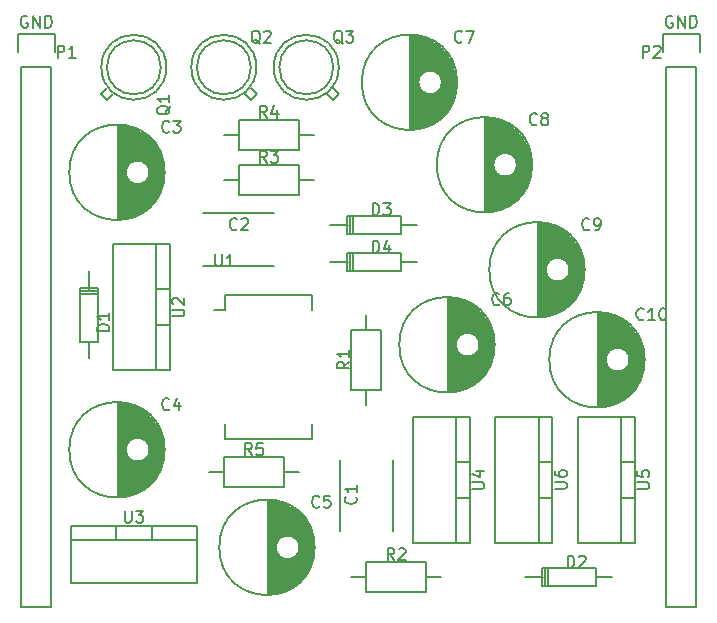
<source format=gbr>
G04 #@! TF.FileFunction,Legend,Top*
%FSLAX46Y46*%
G04 Gerber Fmt 4.6, Leading zero omitted, Abs format (unit mm)*
G04 Created by KiCad (PCBNEW 4.0.3+e1-6302~38~ubuntu16.04.1-stable) date Thu Aug 25 17:21:12 2016*
%MOMM*%
%LPD*%
G01*
G04 APERTURE LIST*
%ADD10C,0.100000*%
%ADD11C,0.150000*%
G04 APERTURE END LIST*
D10*
D11*
X58710000Y-84955000D02*
X58710000Y-78955000D01*
X63210000Y-78955000D02*
X63210000Y-84955000D01*
X47125000Y-58075000D02*
X53125000Y-58075000D01*
X53125000Y-62575000D02*
X47125000Y-62575000D01*
X39925000Y-50611000D02*
X39925000Y-58609000D01*
X40065000Y-50616000D02*
X40065000Y-58604000D01*
X40205000Y-50626000D02*
X40205000Y-58594000D01*
X40345000Y-50641000D02*
X40345000Y-58579000D01*
X40485000Y-50661000D02*
X40485000Y-58559000D01*
X40625000Y-50686000D02*
X40625000Y-54388000D01*
X40625000Y-54832000D02*
X40625000Y-58534000D01*
X40765000Y-50716000D02*
X40765000Y-54060000D01*
X40765000Y-55160000D02*
X40765000Y-58504000D01*
X40905000Y-50752000D02*
X40905000Y-53891000D01*
X40905000Y-55329000D02*
X40905000Y-58468000D01*
X41045000Y-50793000D02*
X41045000Y-53778000D01*
X41045000Y-55442000D02*
X41045000Y-58427000D01*
X41185000Y-50839000D02*
X41185000Y-53700000D01*
X41185000Y-55520000D02*
X41185000Y-58381000D01*
X41325000Y-50892000D02*
X41325000Y-53649000D01*
X41325000Y-55571000D02*
X41325000Y-58328000D01*
X41465000Y-50951000D02*
X41465000Y-53619000D01*
X41465000Y-55601000D02*
X41465000Y-58269000D01*
X41605000Y-51016000D02*
X41605000Y-53610000D01*
X41605000Y-55610000D02*
X41605000Y-58204000D01*
X41745000Y-51087000D02*
X41745000Y-53621000D01*
X41745000Y-55599000D02*
X41745000Y-58133000D01*
X41885000Y-51166000D02*
X41885000Y-53651000D01*
X41885000Y-55569000D02*
X41885000Y-58054000D01*
X42025000Y-51253000D02*
X42025000Y-53705000D01*
X42025000Y-55515000D02*
X42025000Y-57967000D01*
X42165000Y-51348000D02*
X42165000Y-53785000D01*
X42165000Y-55435000D02*
X42165000Y-57872000D01*
X42305000Y-51452000D02*
X42305000Y-53901000D01*
X42305000Y-55319000D02*
X42305000Y-57768000D01*
X42445000Y-51566000D02*
X42445000Y-54075000D01*
X42445000Y-55145000D02*
X42445000Y-57654000D01*
X42585000Y-51691000D02*
X42585000Y-54437000D01*
X42585000Y-54783000D02*
X42585000Y-57529000D01*
X42725000Y-51829000D02*
X42725000Y-57391000D01*
X42865000Y-51981000D02*
X42865000Y-57239000D01*
X43005000Y-52151000D02*
X43005000Y-57069000D01*
X43145000Y-52342000D02*
X43145000Y-56878000D01*
X43285000Y-52560000D02*
X43285000Y-56660000D01*
X43425000Y-52816000D02*
X43425000Y-56404000D01*
X43565000Y-53127000D02*
X43565000Y-56093000D01*
X43705000Y-53543000D02*
X43705000Y-55677000D01*
X43845000Y-54410000D02*
X43845000Y-54810000D01*
X42600000Y-54610000D02*
G75*
G03X42600000Y-54610000I-1000000J0D01*
G01*
X43887500Y-54610000D02*
G75*
G03X43887500Y-54610000I-4037500J0D01*
G01*
X39925000Y-74106000D02*
X39925000Y-82104000D01*
X40065000Y-74111000D02*
X40065000Y-82099000D01*
X40205000Y-74121000D02*
X40205000Y-82089000D01*
X40345000Y-74136000D02*
X40345000Y-82074000D01*
X40485000Y-74156000D02*
X40485000Y-82054000D01*
X40625000Y-74181000D02*
X40625000Y-77883000D01*
X40625000Y-78327000D02*
X40625000Y-82029000D01*
X40765000Y-74211000D02*
X40765000Y-77555000D01*
X40765000Y-78655000D02*
X40765000Y-81999000D01*
X40905000Y-74247000D02*
X40905000Y-77386000D01*
X40905000Y-78824000D02*
X40905000Y-81963000D01*
X41045000Y-74288000D02*
X41045000Y-77273000D01*
X41045000Y-78937000D02*
X41045000Y-81922000D01*
X41185000Y-74334000D02*
X41185000Y-77195000D01*
X41185000Y-79015000D02*
X41185000Y-81876000D01*
X41325000Y-74387000D02*
X41325000Y-77144000D01*
X41325000Y-79066000D02*
X41325000Y-81823000D01*
X41465000Y-74446000D02*
X41465000Y-77114000D01*
X41465000Y-79096000D02*
X41465000Y-81764000D01*
X41605000Y-74511000D02*
X41605000Y-77105000D01*
X41605000Y-79105000D02*
X41605000Y-81699000D01*
X41745000Y-74582000D02*
X41745000Y-77116000D01*
X41745000Y-79094000D02*
X41745000Y-81628000D01*
X41885000Y-74661000D02*
X41885000Y-77146000D01*
X41885000Y-79064000D02*
X41885000Y-81549000D01*
X42025000Y-74748000D02*
X42025000Y-77200000D01*
X42025000Y-79010000D02*
X42025000Y-81462000D01*
X42165000Y-74843000D02*
X42165000Y-77280000D01*
X42165000Y-78930000D02*
X42165000Y-81367000D01*
X42305000Y-74947000D02*
X42305000Y-77396000D01*
X42305000Y-78814000D02*
X42305000Y-81263000D01*
X42445000Y-75061000D02*
X42445000Y-77570000D01*
X42445000Y-78640000D02*
X42445000Y-81149000D01*
X42585000Y-75186000D02*
X42585000Y-77932000D01*
X42585000Y-78278000D02*
X42585000Y-81024000D01*
X42725000Y-75324000D02*
X42725000Y-80886000D01*
X42865000Y-75476000D02*
X42865000Y-80734000D01*
X43005000Y-75646000D02*
X43005000Y-80564000D01*
X43145000Y-75837000D02*
X43145000Y-80373000D01*
X43285000Y-76055000D02*
X43285000Y-80155000D01*
X43425000Y-76311000D02*
X43425000Y-79899000D01*
X43565000Y-76622000D02*
X43565000Y-79588000D01*
X43705000Y-77038000D02*
X43705000Y-79172000D01*
X43845000Y-77905000D02*
X43845000Y-78305000D01*
X42600000Y-78105000D02*
G75*
G03X42600000Y-78105000I-1000000J0D01*
G01*
X43887500Y-78105000D02*
G75*
G03X43887500Y-78105000I-4037500J0D01*
G01*
X52625000Y-82361000D02*
X52625000Y-90359000D01*
X52765000Y-82366000D02*
X52765000Y-90354000D01*
X52905000Y-82376000D02*
X52905000Y-90344000D01*
X53045000Y-82391000D02*
X53045000Y-90329000D01*
X53185000Y-82411000D02*
X53185000Y-90309000D01*
X53325000Y-82436000D02*
X53325000Y-86138000D01*
X53325000Y-86582000D02*
X53325000Y-90284000D01*
X53465000Y-82466000D02*
X53465000Y-85810000D01*
X53465000Y-86910000D02*
X53465000Y-90254000D01*
X53605000Y-82502000D02*
X53605000Y-85641000D01*
X53605000Y-87079000D02*
X53605000Y-90218000D01*
X53745000Y-82543000D02*
X53745000Y-85528000D01*
X53745000Y-87192000D02*
X53745000Y-90177000D01*
X53885000Y-82589000D02*
X53885000Y-85450000D01*
X53885000Y-87270000D02*
X53885000Y-90131000D01*
X54025000Y-82642000D02*
X54025000Y-85399000D01*
X54025000Y-87321000D02*
X54025000Y-90078000D01*
X54165000Y-82701000D02*
X54165000Y-85369000D01*
X54165000Y-87351000D02*
X54165000Y-90019000D01*
X54305000Y-82766000D02*
X54305000Y-85360000D01*
X54305000Y-87360000D02*
X54305000Y-89954000D01*
X54445000Y-82837000D02*
X54445000Y-85371000D01*
X54445000Y-87349000D02*
X54445000Y-89883000D01*
X54585000Y-82916000D02*
X54585000Y-85401000D01*
X54585000Y-87319000D02*
X54585000Y-89804000D01*
X54725000Y-83003000D02*
X54725000Y-85455000D01*
X54725000Y-87265000D02*
X54725000Y-89717000D01*
X54865000Y-83098000D02*
X54865000Y-85535000D01*
X54865000Y-87185000D02*
X54865000Y-89622000D01*
X55005000Y-83202000D02*
X55005000Y-85651000D01*
X55005000Y-87069000D02*
X55005000Y-89518000D01*
X55145000Y-83316000D02*
X55145000Y-85825000D01*
X55145000Y-86895000D02*
X55145000Y-89404000D01*
X55285000Y-83441000D02*
X55285000Y-86187000D01*
X55285000Y-86533000D02*
X55285000Y-89279000D01*
X55425000Y-83579000D02*
X55425000Y-89141000D01*
X55565000Y-83731000D02*
X55565000Y-88989000D01*
X55705000Y-83901000D02*
X55705000Y-88819000D01*
X55845000Y-84092000D02*
X55845000Y-88628000D01*
X55985000Y-84310000D02*
X55985000Y-88410000D01*
X56125000Y-84566000D02*
X56125000Y-88154000D01*
X56265000Y-84877000D02*
X56265000Y-87843000D01*
X56405000Y-85293000D02*
X56405000Y-87427000D01*
X56545000Y-86160000D02*
X56545000Y-86560000D01*
X55300000Y-86360000D02*
G75*
G03X55300000Y-86360000I-1000000J0D01*
G01*
X56587500Y-86360000D02*
G75*
G03X56587500Y-86360000I-4037500J0D01*
G01*
X67865000Y-65216000D02*
X67865000Y-73214000D01*
X68005000Y-65221000D02*
X68005000Y-73209000D01*
X68145000Y-65231000D02*
X68145000Y-73199000D01*
X68285000Y-65246000D02*
X68285000Y-73184000D01*
X68425000Y-65266000D02*
X68425000Y-73164000D01*
X68565000Y-65291000D02*
X68565000Y-68993000D01*
X68565000Y-69437000D02*
X68565000Y-73139000D01*
X68705000Y-65321000D02*
X68705000Y-68665000D01*
X68705000Y-69765000D02*
X68705000Y-73109000D01*
X68845000Y-65357000D02*
X68845000Y-68496000D01*
X68845000Y-69934000D02*
X68845000Y-73073000D01*
X68985000Y-65398000D02*
X68985000Y-68383000D01*
X68985000Y-70047000D02*
X68985000Y-73032000D01*
X69125000Y-65444000D02*
X69125000Y-68305000D01*
X69125000Y-70125000D02*
X69125000Y-72986000D01*
X69265000Y-65497000D02*
X69265000Y-68254000D01*
X69265000Y-70176000D02*
X69265000Y-72933000D01*
X69405000Y-65556000D02*
X69405000Y-68224000D01*
X69405000Y-70206000D02*
X69405000Y-72874000D01*
X69545000Y-65621000D02*
X69545000Y-68215000D01*
X69545000Y-70215000D02*
X69545000Y-72809000D01*
X69685000Y-65692000D02*
X69685000Y-68226000D01*
X69685000Y-70204000D02*
X69685000Y-72738000D01*
X69825000Y-65771000D02*
X69825000Y-68256000D01*
X69825000Y-70174000D02*
X69825000Y-72659000D01*
X69965000Y-65858000D02*
X69965000Y-68310000D01*
X69965000Y-70120000D02*
X69965000Y-72572000D01*
X70105000Y-65953000D02*
X70105000Y-68390000D01*
X70105000Y-70040000D02*
X70105000Y-72477000D01*
X70245000Y-66057000D02*
X70245000Y-68506000D01*
X70245000Y-69924000D02*
X70245000Y-72373000D01*
X70385000Y-66171000D02*
X70385000Y-68680000D01*
X70385000Y-69750000D02*
X70385000Y-72259000D01*
X70525000Y-66296000D02*
X70525000Y-69042000D01*
X70525000Y-69388000D02*
X70525000Y-72134000D01*
X70665000Y-66434000D02*
X70665000Y-71996000D01*
X70805000Y-66586000D02*
X70805000Y-71844000D01*
X70945000Y-66756000D02*
X70945000Y-71674000D01*
X71085000Y-66947000D02*
X71085000Y-71483000D01*
X71225000Y-67165000D02*
X71225000Y-71265000D01*
X71365000Y-67421000D02*
X71365000Y-71009000D01*
X71505000Y-67732000D02*
X71505000Y-70698000D01*
X71645000Y-68148000D02*
X71645000Y-70282000D01*
X71785000Y-69015000D02*
X71785000Y-69415000D01*
X70540000Y-69215000D02*
G75*
G03X70540000Y-69215000I-1000000J0D01*
G01*
X71827500Y-69215000D02*
G75*
G03X71827500Y-69215000I-4037500J0D01*
G01*
X64690000Y-42991000D02*
X64690000Y-50989000D01*
X64830000Y-42996000D02*
X64830000Y-50984000D01*
X64970000Y-43006000D02*
X64970000Y-50974000D01*
X65110000Y-43021000D02*
X65110000Y-50959000D01*
X65250000Y-43041000D02*
X65250000Y-50939000D01*
X65390000Y-43066000D02*
X65390000Y-46768000D01*
X65390000Y-47212000D02*
X65390000Y-50914000D01*
X65530000Y-43096000D02*
X65530000Y-46440000D01*
X65530000Y-47540000D02*
X65530000Y-50884000D01*
X65670000Y-43132000D02*
X65670000Y-46271000D01*
X65670000Y-47709000D02*
X65670000Y-50848000D01*
X65810000Y-43173000D02*
X65810000Y-46158000D01*
X65810000Y-47822000D02*
X65810000Y-50807000D01*
X65950000Y-43219000D02*
X65950000Y-46080000D01*
X65950000Y-47900000D02*
X65950000Y-50761000D01*
X66090000Y-43272000D02*
X66090000Y-46029000D01*
X66090000Y-47951000D02*
X66090000Y-50708000D01*
X66230000Y-43331000D02*
X66230000Y-45999000D01*
X66230000Y-47981000D02*
X66230000Y-50649000D01*
X66370000Y-43396000D02*
X66370000Y-45990000D01*
X66370000Y-47990000D02*
X66370000Y-50584000D01*
X66510000Y-43467000D02*
X66510000Y-46001000D01*
X66510000Y-47979000D02*
X66510000Y-50513000D01*
X66650000Y-43546000D02*
X66650000Y-46031000D01*
X66650000Y-47949000D02*
X66650000Y-50434000D01*
X66790000Y-43633000D02*
X66790000Y-46085000D01*
X66790000Y-47895000D02*
X66790000Y-50347000D01*
X66930000Y-43728000D02*
X66930000Y-46165000D01*
X66930000Y-47815000D02*
X66930000Y-50252000D01*
X67070000Y-43832000D02*
X67070000Y-46281000D01*
X67070000Y-47699000D02*
X67070000Y-50148000D01*
X67210000Y-43946000D02*
X67210000Y-46455000D01*
X67210000Y-47525000D02*
X67210000Y-50034000D01*
X67350000Y-44071000D02*
X67350000Y-46817000D01*
X67350000Y-47163000D02*
X67350000Y-49909000D01*
X67490000Y-44209000D02*
X67490000Y-49771000D01*
X67630000Y-44361000D02*
X67630000Y-49619000D01*
X67770000Y-44531000D02*
X67770000Y-49449000D01*
X67910000Y-44722000D02*
X67910000Y-49258000D01*
X68050000Y-44940000D02*
X68050000Y-49040000D01*
X68190000Y-45196000D02*
X68190000Y-48784000D01*
X68330000Y-45507000D02*
X68330000Y-48473000D01*
X68470000Y-45923000D02*
X68470000Y-48057000D01*
X68610000Y-46790000D02*
X68610000Y-47190000D01*
X67365000Y-46990000D02*
G75*
G03X67365000Y-46990000I-1000000J0D01*
G01*
X68652500Y-46990000D02*
G75*
G03X68652500Y-46990000I-4037500J0D01*
G01*
X71040000Y-49976000D02*
X71040000Y-57974000D01*
X71180000Y-49981000D02*
X71180000Y-57969000D01*
X71320000Y-49991000D02*
X71320000Y-57959000D01*
X71460000Y-50006000D02*
X71460000Y-57944000D01*
X71600000Y-50026000D02*
X71600000Y-57924000D01*
X71740000Y-50051000D02*
X71740000Y-53753000D01*
X71740000Y-54197000D02*
X71740000Y-57899000D01*
X71880000Y-50081000D02*
X71880000Y-53425000D01*
X71880000Y-54525000D02*
X71880000Y-57869000D01*
X72020000Y-50117000D02*
X72020000Y-53256000D01*
X72020000Y-54694000D02*
X72020000Y-57833000D01*
X72160000Y-50158000D02*
X72160000Y-53143000D01*
X72160000Y-54807000D02*
X72160000Y-57792000D01*
X72300000Y-50204000D02*
X72300000Y-53065000D01*
X72300000Y-54885000D02*
X72300000Y-57746000D01*
X72440000Y-50257000D02*
X72440000Y-53014000D01*
X72440000Y-54936000D02*
X72440000Y-57693000D01*
X72580000Y-50316000D02*
X72580000Y-52984000D01*
X72580000Y-54966000D02*
X72580000Y-57634000D01*
X72720000Y-50381000D02*
X72720000Y-52975000D01*
X72720000Y-54975000D02*
X72720000Y-57569000D01*
X72860000Y-50452000D02*
X72860000Y-52986000D01*
X72860000Y-54964000D02*
X72860000Y-57498000D01*
X73000000Y-50531000D02*
X73000000Y-53016000D01*
X73000000Y-54934000D02*
X73000000Y-57419000D01*
X73140000Y-50618000D02*
X73140000Y-53070000D01*
X73140000Y-54880000D02*
X73140000Y-57332000D01*
X73280000Y-50713000D02*
X73280000Y-53150000D01*
X73280000Y-54800000D02*
X73280000Y-57237000D01*
X73420000Y-50817000D02*
X73420000Y-53266000D01*
X73420000Y-54684000D02*
X73420000Y-57133000D01*
X73560000Y-50931000D02*
X73560000Y-53440000D01*
X73560000Y-54510000D02*
X73560000Y-57019000D01*
X73700000Y-51056000D02*
X73700000Y-53802000D01*
X73700000Y-54148000D02*
X73700000Y-56894000D01*
X73840000Y-51194000D02*
X73840000Y-56756000D01*
X73980000Y-51346000D02*
X73980000Y-56604000D01*
X74120000Y-51516000D02*
X74120000Y-56434000D01*
X74260000Y-51707000D02*
X74260000Y-56243000D01*
X74400000Y-51925000D02*
X74400000Y-56025000D01*
X74540000Y-52181000D02*
X74540000Y-55769000D01*
X74680000Y-52492000D02*
X74680000Y-55458000D01*
X74820000Y-52908000D02*
X74820000Y-55042000D01*
X74960000Y-53775000D02*
X74960000Y-54175000D01*
X73715000Y-53975000D02*
G75*
G03X73715000Y-53975000I-1000000J0D01*
G01*
X75002500Y-53975000D02*
G75*
G03X75002500Y-53975000I-4037500J0D01*
G01*
X75485000Y-58866000D02*
X75485000Y-66864000D01*
X75625000Y-58871000D02*
X75625000Y-66859000D01*
X75765000Y-58881000D02*
X75765000Y-66849000D01*
X75905000Y-58896000D02*
X75905000Y-66834000D01*
X76045000Y-58916000D02*
X76045000Y-66814000D01*
X76185000Y-58941000D02*
X76185000Y-62643000D01*
X76185000Y-63087000D02*
X76185000Y-66789000D01*
X76325000Y-58971000D02*
X76325000Y-62315000D01*
X76325000Y-63415000D02*
X76325000Y-66759000D01*
X76465000Y-59007000D02*
X76465000Y-62146000D01*
X76465000Y-63584000D02*
X76465000Y-66723000D01*
X76605000Y-59048000D02*
X76605000Y-62033000D01*
X76605000Y-63697000D02*
X76605000Y-66682000D01*
X76745000Y-59094000D02*
X76745000Y-61955000D01*
X76745000Y-63775000D02*
X76745000Y-66636000D01*
X76885000Y-59147000D02*
X76885000Y-61904000D01*
X76885000Y-63826000D02*
X76885000Y-66583000D01*
X77025000Y-59206000D02*
X77025000Y-61874000D01*
X77025000Y-63856000D02*
X77025000Y-66524000D01*
X77165000Y-59271000D02*
X77165000Y-61865000D01*
X77165000Y-63865000D02*
X77165000Y-66459000D01*
X77305000Y-59342000D02*
X77305000Y-61876000D01*
X77305000Y-63854000D02*
X77305000Y-66388000D01*
X77445000Y-59421000D02*
X77445000Y-61906000D01*
X77445000Y-63824000D02*
X77445000Y-66309000D01*
X77585000Y-59508000D02*
X77585000Y-61960000D01*
X77585000Y-63770000D02*
X77585000Y-66222000D01*
X77725000Y-59603000D02*
X77725000Y-62040000D01*
X77725000Y-63690000D02*
X77725000Y-66127000D01*
X77865000Y-59707000D02*
X77865000Y-62156000D01*
X77865000Y-63574000D02*
X77865000Y-66023000D01*
X78005000Y-59821000D02*
X78005000Y-62330000D01*
X78005000Y-63400000D02*
X78005000Y-65909000D01*
X78145000Y-59946000D02*
X78145000Y-62692000D01*
X78145000Y-63038000D02*
X78145000Y-65784000D01*
X78285000Y-60084000D02*
X78285000Y-65646000D01*
X78425000Y-60236000D02*
X78425000Y-65494000D01*
X78565000Y-60406000D02*
X78565000Y-65324000D01*
X78705000Y-60597000D02*
X78705000Y-65133000D01*
X78845000Y-60815000D02*
X78845000Y-64915000D01*
X78985000Y-61071000D02*
X78985000Y-64659000D01*
X79125000Y-61382000D02*
X79125000Y-64348000D01*
X79265000Y-61798000D02*
X79265000Y-63932000D01*
X79405000Y-62665000D02*
X79405000Y-63065000D01*
X78160000Y-62865000D02*
G75*
G03X78160000Y-62865000I-1000000J0D01*
G01*
X79447500Y-62865000D02*
G75*
G03X79447500Y-62865000I-4037500J0D01*
G01*
X80565000Y-66486000D02*
X80565000Y-74484000D01*
X80705000Y-66491000D02*
X80705000Y-74479000D01*
X80845000Y-66501000D02*
X80845000Y-74469000D01*
X80985000Y-66516000D02*
X80985000Y-74454000D01*
X81125000Y-66536000D02*
X81125000Y-74434000D01*
X81265000Y-66561000D02*
X81265000Y-70263000D01*
X81265000Y-70707000D02*
X81265000Y-74409000D01*
X81405000Y-66591000D02*
X81405000Y-69935000D01*
X81405000Y-71035000D02*
X81405000Y-74379000D01*
X81545000Y-66627000D02*
X81545000Y-69766000D01*
X81545000Y-71204000D02*
X81545000Y-74343000D01*
X81685000Y-66668000D02*
X81685000Y-69653000D01*
X81685000Y-71317000D02*
X81685000Y-74302000D01*
X81825000Y-66714000D02*
X81825000Y-69575000D01*
X81825000Y-71395000D02*
X81825000Y-74256000D01*
X81965000Y-66767000D02*
X81965000Y-69524000D01*
X81965000Y-71446000D02*
X81965000Y-74203000D01*
X82105000Y-66826000D02*
X82105000Y-69494000D01*
X82105000Y-71476000D02*
X82105000Y-74144000D01*
X82245000Y-66891000D02*
X82245000Y-69485000D01*
X82245000Y-71485000D02*
X82245000Y-74079000D01*
X82385000Y-66962000D02*
X82385000Y-69496000D01*
X82385000Y-71474000D02*
X82385000Y-74008000D01*
X82525000Y-67041000D02*
X82525000Y-69526000D01*
X82525000Y-71444000D02*
X82525000Y-73929000D01*
X82665000Y-67128000D02*
X82665000Y-69580000D01*
X82665000Y-71390000D02*
X82665000Y-73842000D01*
X82805000Y-67223000D02*
X82805000Y-69660000D01*
X82805000Y-71310000D02*
X82805000Y-73747000D01*
X82945000Y-67327000D02*
X82945000Y-69776000D01*
X82945000Y-71194000D02*
X82945000Y-73643000D01*
X83085000Y-67441000D02*
X83085000Y-69950000D01*
X83085000Y-71020000D02*
X83085000Y-73529000D01*
X83225000Y-67566000D02*
X83225000Y-70312000D01*
X83225000Y-70658000D02*
X83225000Y-73404000D01*
X83365000Y-67704000D02*
X83365000Y-73266000D01*
X83505000Y-67856000D02*
X83505000Y-73114000D01*
X83645000Y-68026000D02*
X83645000Y-72944000D01*
X83785000Y-68217000D02*
X83785000Y-72753000D01*
X83925000Y-68435000D02*
X83925000Y-72535000D01*
X84065000Y-68691000D02*
X84065000Y-72279000D01*
X84205000Y-69002000D02*
X84205000Y-71968000D01*
X84345000Y-69418000D02*
X84345000Y-71552000D01*
X84485000Y-70285000D02*
X84485000Y-70685000D01*
X83240000Y-70485000D02*
G75*
G03X83240000Y-70485000I-1000000J0D01*
G01*
X84527500Y-70485000D02*
G75*
G03X84527500Y-70485000I-4037500J0D01*
G01*
X37467540Y-68961520D02*
X37467540Y-70358520D01*
X37467540Y-64516520D02*
X37467540Y-62992520D01*
X38229540Y-64897520D02*
X36705540Y-64897520D01*
X38229540Y-64643520D02*
X36705540Y-64643520D01*
X37467540Y-64389520D02*
X36705540Y-64389520D01*
X36705540Y-64389520D02*
X36705540Y-68961520D01*
X36705540Y-68961520D02*
X38229540Y-68961520D01*
X38229540Y-68961520D02*
X38229540Y-64389520D01*
X38229540Y-64389520D02*
X37467540Y-64389520D01*
X80391520Y-88897460D02*
X81788520Y-88897460D01*
X75946520Y-88897460D02*
X74422520Y-88897460D01*
X76327520Y-88135460D02*
X76327520Y-89659460D01*
X76073520Y-88135460D02*
X76073520Y-89659460D01*
X75819520Y-88897460D02*
X75819520Y-89659460D01*
X75819520Y-89659460D02*
X80391520Y-89659460D01*
X80391520Y-89659460D02*
X80391520Y-88135460D01*
X80391520Y-88135460D02*
X75819520Y-88135460D01*
X75819520Y-88135460D02*
X75819520Y-88897460D01*
X63881520Y-59052460D02*
X65278520Y-59052460D01*
X59436520Y-59052460D02*
X57912520Y-59052460D01*
X59817520Y-58290460D02*
X59817520Y-59814460D01*
X59563520Y-58290460D02*
X59563520Y-59814460D01*
X59309520Y-59052460D02*
X59309520Y-59814460D01*
X59309520Y-59814460D02*
X63881520Y-59814460D01*
X63881520Y-59814460D02*
X63881520Y-58290460D01*
X63881520Y-58290460D02*
X59309520Y-58290460D01*
X59309520Y-58290460D02*
X59309520Y-59052460D01*
X63881520Y-62227460D02*
X65278520Y-62227460D01*
X59436520Y-62227460D02*
X57912520Y-62227460D01*
X59817520Y-61465460D02*
X59817520Y-62989460D01*
X59563520Y-61465460D02*
X59563520Y-62989460D01*
X59309520Y-62227460D02*
X59309520Y-62989460D01*
X59309520Y-62989460D02*
X63881520Y-62989460D01*
X63881520Y-62989460D02*
X63881520Y-61465460D01*
X63881520Y-61465460D02*
X59309520Y-61465460D01*
X59309520Y-61465460D02*
X59309520Y-62227460D01*
X38989000Y-48514000D02*
X39497000Y-48006000D01*
X38989000Y-47498000D02*
X38481000Y-48006000D01*
X38481000Y-48006000D02*
X38989000Y-48514000D01*
X43561000Y-45720000D02*
G75*
G03X43561000Y-45720000I-2286000J0D01*
G01*
X44025000Y-45720000D02*
G75*
G03X44025000Y-45720000I-2750000J0D01*
G01*
X51689000Y-48006000D02*
X51181000Y-47498000D01*
X50673000Y-48006000D02*
X51181000Y-48514000D01*
X51181000Y-48514000D02*
X51689000Y-48006000D01*
X51181000Y-45720000D02*
G75*
G03X51181000Y-45720000I-2286000J0D01*
G01*
X51645000Y-45720000D02*
G75*
G03X51645000Y-45720000I-2750000J0D01*
G01*
X58674000Y-48006000D02*
X58166000Y-47498000D01*
X57658000Y-48006000D02*
X58166000Y-48514000D01*
X58166000Y-48514000D02*
X58674000Y-48006000D01*
X58166000Y-45720000D02*
G75*
G03X58166000Y-45720000I-2286000J0D01*
G01*
X58630000Y-45720000D02*
G75*
G03X58630000Y-45720000I-2750000J0D01*
G01*
X59690000Y-73025000D02*
X59690000Y-67945000D01*
X59690000Y-67945000D02*
X62230000Y-67945000D01*
X62230000Y-67945000D02*
X62230000Y-73025000D01*
X62230000Y-73025000D02*
X59690000Y-73025000D01*
X60960000Y-73025000D02*
X60960000Y-74295000D01*
X60960000Y-67945000D02*
X60960000Y-66675000D01*
X60960000Y-87630000D02*
X66040000Y-87630000D01*
X66040000Y-87630000D02*
X66040000Y-90170000D01*
X66040000Y-90170000D02*
X60960000Y-90170000D01*
X60960000Y-90170000D02*
X60960000Y-87630000D01*
X60960000Y-88900000D02*
X59690000Y-88900000D01*
X66040000Y-88900000D02*
X67310000Y-88900000D01*
X50165000Y-53975000D02*
X55245000Y-53975000D01*
X55245000Y-53975000D02*
X55245000Y-56515000D01*
X55245000Y-56515000D02*
X50165000Y-56515000D01*
X50165000Y-56515000D02*
X50165000Y-53975000D01*
X50165000Y-55245000D02*
X48895000Y-55245000D01*
X55245000Y-55245000D02*
X56515000Y-55245000D01*
X50165000Y-50165000D02*
X55245000Y-50165000D01*
X55245000Y-50165000D02*
X55245000Y-52705000D01*
X55245000Y-52705000D02*
X50165000Y-52705000D01*
X50165000Y-52705000D02*
X50165000Y-50165000D01*
X50165000Y-51435000D02*
X48895000Y-51435000D01*
X55245000Y-51435000D02*
X56515000Y-51435000D01*
X48895000Y-78740000D02*
X53975000Y-78740000D01*
X53975000Y-78740000D02*
X53975000Y-81280000D01*
X53975000Y-81280000D02*
X48895000Y-81280000D01*
X48895000Y-81280000D02*
X48895000Y-78740000D01*
X48895000Y-80010000D02*
X47625000Y-80010000D01*
X53975000Y-80010000D02*
X55245000Y-80010000D01*
X49030000Y-65015000D02*
X49030000Y-66285000D01*
X56380000Y-65015000D02*
X56380000Y-66285000D01*
X56380000Y-77225000D02*
X56380000Y-75955000D01*
X49030000Y-77225000D02*
X49030000Y-75955000D01*
X49030000Y-65015000D02*
X56380000Y-65015000D01*
X49030000Y-77225000D02*
X56380000Y-77225000D01*
X49030000Y-66285000D02*
X48095000Y-66285000D01*
X44323000Y-64516000D02*
X43180000Y-64516000D01*
X44323000Y-67564000D02*
X43180000Y-67564000D01*
X43180000Y-71374000D02*
X39497000Y-71374000D01*
X39497000Y-71374000D02*
X39497000Y-60706000D01*
X39497000Y-60706000D02*
X43180000Y-60706000D01*
X44323000Y-71374000D02*
X43180000Y-71374000D01*
X43180000Y-71374000D02*
X43180000Y-60706000D01*
X43180000Y-60706000D02*
X44323000Y-60706000D01*
X44323000Y-66040000D02*
X44323000Y-60706000D01*
X44323000Y-66040000D02*
X44323000Y-71374000D01*
X39751000Y-84582000D02*
X39751000Y-85725000D01*
X42799000Y-84582000D02*
X42799000Y-85725000D01*
X46609000Y-85725000D02*
X46609000Y-89408000D01*
X46609000Y-89408000D02*
X35941000Y-89408000D01*
X35941000Y-89408000D02*
X35941000Y-85725000D01*
X46609000Y-84582000D02*
X46609000Y-85725000D01*
X46609000Y-85725000D02*
X35941000Y-85725000D01*
X35941000Y-85725000D02*
X35941000Y-84582000D01*
X41275000Y-84582000D02*
X35941000Y-84582000D01*
X41275000Y-84582000D02*
X46609000Y-84582000D01*
X69723000Y-79121000D02*
X68580000Y-79121000D01*
X69723000Y-82169000D02*
X68580000Y-82169000D01*
X68580000Y-85979000D02*
X64897000Y-85979000D01*
X64897000Y-85979000D02*
X64897000Y-75311000D01*
X64897000Y-75311000D02*
X68580000Y-75311000D01*
X69723000Y-85979000D02*
X68580000Y-85979000D01*
X68580000Y-85979000D02*
X68580000Y-75311000D01*
X68580000Y-75311000D02*
X69723000Y-75311000D01*
X69723000Y-80645000D02*
X69723000Y-75311000D01*
X69723000Y-80645000D02*
X69723000Y-85979000D01*
X83693000Y-79121000D02*
X82550000Y-79121000D01*
X83693000Y-82169000D02*
X82550000Y-82169000D01*
X82550000Y-85979000D02*
X78867000Y-85979000D01*
X78867000Y-85979000D02*
X78867000Y-75311000D01*
X78867000Y-75311000D02*
X82550000Y-75311000D01*
X83693000Y-85979000D02*
X82550000Y-85979000D01*
X82550000Y-85979000D02*
X82550000Y-75311000D01*
X82550000Y-75311000D02*
X83693000Y-75311000D01*
X83693000Y-80645000D02*
X83693000Y-75311000D01*
X83693000Y-80645000D02*
X83693000Y-85979000D01*
X76708000Y-79121000D02*
X75565000Y-79121000D01*
X76708000Y-82169000D02*
X75565000Y-82169000D01*
X75565000Y-85979000D02*
X71882000Y-85979000D01*
X71882000Y-85979000D02*
X71882000Y-75311000D01*
X71882000Y-75311000D02*
X75565000Y-75311000D01*
X76708000Y-85979000D02*
X75565000Y-85979000D01*
X75565000Y-85979000D02*
X75565000Y-75311000D01*
X75565000Y-75311000D02*
X76708000Y-75311000D01*
X76708000Y-80645000D02*
X76708000Y-75311000D01*
X76708000Y-80645000D02*
X76708000Y-85979000D01*
X31750000Y-45720000D02*
X31750000Y-91440000D01*
X31750000Y-91440000D02*
X34290000Y-91440000D01*
X34290000Y-91440000D02*
X34290000Y-45720000D01*
X31470000Y-42900000D02*
X31470000Y-44450000D01*
X31750000Y-45720000D02*
X34290000Y-45720000D01*
X34570000Y-44450000D02*
X34570000Y-42900000D01*
X34570000Y-42900000D02*
X31470000Y-42900000D01*
X86360000Y-45720000D02*
X86360000Y-91440000D01*
X86360000Y-91440000D02*
X88900000Y-91440000D01*
X88900000Y-91440000D02*
X88900000Y-45720000D01*
X86080000Y-42900000D02*
X86080000Y-44450000D01*
X86360000Y-45720000D02*
X88900000Y-45720000D01*
X89180000Y-44450000D02*
X89180000Y-42900000D01*
X89180000Y-42900000D02*
X86080000Y-42900000D01*
X60047143Y-82081666D02*
X60094762Y-82129285D01*
X60142381Y-82272142D01*
X60142381Y-82367380D01*
X60094762Y-82510238D01*
X59999524Y-82605476D01*
X59904286Y-82653095D01*
X59713810Y-82700714D01*
X59570952Y-82700714D01*
X59380476Y-82653095D01*
X59285238Y-82605476D01*
X59190000Y-82510238D01*
X59142381Y-82367380D01*
X59142381Y-82272142D01*
X59190000Y-82129285D01*
X59237619Y-82081666D01*
X60142381Y-81129285D02*
X60142381Y-81700714D01*
X60142381Y-81415000D02*
X59142381Y-81415000D01*
X59285238Y-81510238D01*
X59380476Y-81605476D01*
X59428095Y-81700714D01*
X49998334Y-59412143D02*
X49950715Y-59459762D01*
X49807858Y-59507381D01*
X49712620Y-59507381D01*
X49569762Y-59459762D01*
X49474524Y-59364524D01*
X49426905Y-59269286D01*
X49379286Y-59078810D01*
X49379286Y-58935952D01*
X49426905Y-58745476D01*
X49474524Y-58650238D01*
X49569762Y-58555000D01*
X49712620Y-58507381D01*
X49807858Y-58507381D01*
X49950715Y-58555000D01*
X49998334Y-58602619D01*
X50379286Y-58602619D02*
X50426905Y-58555000D01*
X50522143Y-58507381D01*
X50760239Y-58507381D01*
X50855477Y-58555000D01*
X50903096Y-58602619D01*
X50950715Y-58697857D01*
X50950715Y-58793095D01*
X50903096Y-58935952D01*
X50331667Y-59507381D01*
X50950715Y-59507381D01*
X44283334Y-51157143D02*
X44235715Y-51204762D01*
X44092858Y-51252381D01*
X43997620Y-51252381D01*
X43854762Y-51204762D01*
X43759524Y-51109524D01*
X43711905Y-51014286D01*
X43664286Y-50823810D01*
X43664286Y-50680952D01*
X43711905Y-50490476D01*
X43759524Y-50395238D01*
X43854762Y-50300000D01*
X43997620Y-50252381D01*
X44092858Y-50252381D01*
X44235715Y-50300000D01*
X44283334Y-50347619D01*
X44616667Y-50252381D02*
X45235715Y-50252381D01*
X44902381Y-50633333D01*
X45045239Y-50633333D01*
X45140477Y-50680952D01*
X45188096Y-50728571D01*
X45235715Y-50823810D01*
X45235715Y-51061905D01*
X45188096Y-51157143D01*
X45140477Y-51204762D01*
X45045239Y-51252381D01*
X44759524Y-51252381D01*
X44664286Y-51204762D01*
X44616667Y-51157143D01*
X44283334Y-74652143D02*
X44235715Y-74699762D01*
X44092858Y-74747381D01*
X43997620Y-74747381D01*
X43854762Y-74699762D01*
X43759524Y-74604524D01*
X43711905Y-74509286D01*
X43664286Y-74318810D01*
X43664286Y-74175952D01*
X43711905Y-73985476D01*
X43759524Y-73890238D01*
X43854762Y-73795000D01*
X43997620Y-73747381D01*
X44092858Y-73747381D01*
X44235715Y-73795000D01*
X44283334Y-73842619D01*
X45140477Y-74080714D02*
X45140477Y-74747381D01*
X44902381Y-73699762D02*
X44664286Y-74414048D01*
X45283334Y-74414048D01*
X56983334Y-82907143D02*
X56935715Y-82954762D01*
X56792858Y-83002381D01*
X56697620Y-83002381D01*
X56554762Y-82954762D01*
X56459524Y-82859524D01*
X56411905Y-82764286D01*
X56364286Y-82573810D01*
X56364286Y-82430952D01*
X56411905Y-82240476D01*
X56459524Y-82145238D01*
X56554762Y-82050000D01*
X56697620Y-82002381D01*
X56792858Y-82002381D01*
X56935715Y-82050000D01*
X56983334Y-82097619D01*
X57888096Y-82002381D02*
X57411905Y-82002381D01*
X57364286Y-82478571D01*
X57411905Y-82430952D01*
X57507143Y-82383333D01*
X57745239Y-82383333D01*
X57840477Y-82430952D01*
X57888096Y-82478571D01*
X57935715Y-82573810D01*
X57935715Y-82811905D01*
X57888096Y-82907143D01*
X57840477Y-82954762D01*
X57745239Y-83002381D01*
X57507143Y-83002381D01*
X57411905Y-82954762D01*
X57364286Y-82907143D01*
X72223334Y-65762143D02*
X72175715Y-65809762D01*
X72032858Y-65857381D01*
X71937620Y-65857381D01*
X71794762Y-65809762D01*
X71699524Y-65714524D01*
X71651905Y-65619286D01*
X71604286Y-65428810D01*
X71604286Y-65285952D01*
X71651905Y-65095476D01*
X71699524Y-65000238D01*
X71794762Y-64905000D01*
X71937620Y-64857381D01*
X72032858Y-64857381D01*
X72175715Y-64905000D01*
X72223334Y-64952619D01*
X73080477Y-64857381D02*
X72890000Y-64857381D01*
X72794762Y-64905000D01*
X72747143Y-64952619D01*
X72651905Y-65095476D01*
X72604286Y-65285952D01*
X72604286Y-65666905D01*
X72651905Y-65762143D01*
X72699524Y-65809762D01*
X72794762Y-65857381D01*
X72985239Y-65857381D01*
X73080477Y-65809762D01*
X73128096Y-65762143D01*
X73175715Y-65666905D01*
X73175715Y-65428810D01*
X73128096Y-65333571D01*
X73080477Y-65285952D01*
X72985239Y-65238333D01*
X72794762Y-65238333D01*
X72699524Y-65285952D01*
X72651905Y-65333571D01*
X72604286Y-65428810D01*
X69048334Y-43537143D02*
X69000715Y-43584762D01*
X68857858Y-43632381D01*
X68762620Y-43632381D01*
X68619762Y-43584762D01*
X68524524Y-43489524D01*
X68476905Y-43394286D01*
X68429286Y-43203810D01*
X68429286Y-43060952D01*
X68476905Y-42870476D01*
X68524524Y-42775238D01*
X68619762Y-42680000D01*
X68762620Y-42632381D01*
X68857858Y-42632381D01*
X69000715Y-42680000D01*
X69048334Y-42727619D01*
X69381667Y-42632381D02*
X70048334Y-42632381D01*
X69619762Y-43632381D01*
X75398334Y-50522143D02*
X75350715Y-50569762D01*
X75207858Y-50617381D01*
X75112620Y-50617381D01*
X74969762Y-50569762D01*
X74874524Y-50474524D01*
X74826905Y-50379286D01*
X74779286Y-50188810D01*
X74779286Y-50045952D01*
X74826905Y-49855476D01*
X74874524Y-49760238D01*
X74969762Y-49665000D01*
X75112620Y-49617381D01*
X75207858Y-49617381D01*
X75350715Y-49665000D01*
X75398334Y-49712619D01*
X75969762Y-50045952D02*
X75874524Y-49998333D01*
X75826905Y-49950714D01*
X75779286Y-49855476D01*
X75779286Y-49807857D01*
X75826905Y-49712619D01*
X75874524Y-49665000D01*
X75969762Y-49617381D01*
X76160239Y-49617381D01*
X76255477Y-49665000D01*
X76303096Y-49712619D01*
X76350715Y-49807857D01*
X76350715Y-49855476D01*
X76303096Y-49950714D01*
X76255477Y-49998333D01*
X76160239Y-50045952D01*
X75969762Y-50045952D01*
X75874524Y-50093571D01*
X75826905Y-50141190D01*
X75779286Y-50236429D01*
X75779286Y-50426905D01*
X75826905Y-50522143D01*
X75874524Y-50569762D01*
X75969762Y-50617381D01*
X76160239Y-50617381D01*
X76255477Y-50569762D01*
X76303096Y-50522143D01*
X76350715Y-50426905D01*
X76350715Y-50236429D01*
X76303096Y-50141190D01*
X76255477Y-50093571D01*
X76160239Y-50045952D01*
X79843334Y-59412143D02*
X79795715Y-59459762D01*
X79652858Y-59507381D01*
X79557620Y-59507381D01*
X79414762Y-59459762D01*
X79319524Y-59364524D01*
X79271905Y-59269286D01*
X79224286Y-59078810D01*
X79224286Y-58935952D01*
X79271905Y-58745476D01*
X79319524Y-58650238D01*
X79414762Y-58555000D01*
X79557620Y-58507381D01*
X79652858Y-58507381D01*
X79795715Y-58555000D01*
X79843334Y-58602619D01*
X80319524Y-59507381D02*
X80510000Y-59507381D01*
X80605239Y-59459762D01*
X80652858Y-59412143D01*
X80748096Y-59269286D01*
X80795715Y-59078810D01*
X80795715Y-58697857D01*
X80748096Y-58602619D01*
X80700477Y-58555000D01*
X80605239Y-58507381D01*
X80414762Y-58507381D01*
X80319524Y-58555000D01*
X80271905Y-58602619D01*
X80224286Y-58697857D01*
X80224286Y-58935952D01*
X80271905Y-59031190D01*
X80319524Y-59078810D01*
X80414762Y-59126429D01*
X80605239Y-59126429D01*
X80700477Y-59078810D01*
X80748096Y-59031190D01*
X80795715Y-58935952D01*
X84447143Y-67032143D02*
X84399524Y-67079762D01*
X84256667Y-67127381D01*
X84161429Y-67127381D01*
X84018571Y-67079762D01*
X83923333Y-66984524D01*
X83875714Y-66889286D01*
X83828095Y-66698810D01*
X83828095Y-66555952D01*
X83875714Y-66365476D01*
X83923333Y-66270238D01*
X84018571Y-66175000D01*
X84161429Y-66127381D01*
X84256667Y-66127381D01*
X84399524Y-66175000D01*
X84447143Y-66222619D01*
X85399524Y-67127381D02*
X84828095Y-67127381D01*
X85113809Y-67127381D02*
X85113809Y-66127381D01*
X85018571Y-66270238D01*
X84923333Y-66365476D01*
X84828095Y-66413095D01*
X86018571Y-66127381D02*
X86113810Y-66127381D01*
X86209048Y-66175000D01*
X86256667Y-66222619D01*
X86304286Y-66317857D01*
X86351905Y-66508333D01*
X86351905Y-66746429D01*
X86304286Y-66936905D01*
X86256667Y-67032143D01*
X86209048Y-67079762D01*
X86113810Y-67127381D01*
X86018571Y-67127381D01*
X85923333Y-67079762D01*
X85875714Y-67032143D01*
X85828095Y-66936905D01*
X85780476Y-66746429D01*
X85780476Y-66508333D01*
X85828095Y-66317857D01*
X85875714Y-66222619D01*
X85923333Y-66175000D01*
X86018571Y-66127381D01*
X39187381Y-68048095D02*
X38187381Y-68048095D01*
X38187381Y-67810000D01*
X38235000Y-67667142D01*
X38330238Y-67571904D01*
X38425476Y-67524285D01*
X38615952Y-67476666D01*
X38758810Y-67476666D01*
X38949286Y-67524285D01*
X39044524Y-67571904D01*
X39139762Y-67667142D01*
X39187381Y-67810000D01*
X39187381Y-68048095D01*
X39187381Y-66524285D02*
X39187381Y-67095714D01*
X39187381Y-66810000D02*
X38187381Y-66810000D01*
X38330238Y-66905238D01*
X38425476Y-67000476D01*
X38473095Y-67095714D01*
X78001905Y-88082381D02*
X78001905Y-87082381D01*
X78240000Y-87082381D01*
X78382858Y-87130000D01*
X78478096Y-87225238D01*
X78525715Y-87320476D01*
X78573334Y-87510952D01*
X78573334Y-87653810D01*
X78525715Y-87844286D01*
X78478096Y-87939524D01*
X78382858Y-88034762D01*
X78240000Y-88082381D01*
X78001905Y-88082381D01*
X78954286Y-87177619D02*
X79001905Y-87130000D01*
X79097143Y-87082381D01*
X79335239Y-87082381D01*
X79430477Y-87130000D01*
X79478096Y-87177619D01*
X79525715Y-87272857D01*
X79525715Y-87368095D01*
X79478096Y-87510952D01*
X78906667Y-88082381D01*
X79525715Y-88082381D01*
X61491905Y-58237381D02*
X61491905Y-57237381D01*
X61730000Y-57237381D01*
X61872858Y-57285000D01*
X61968096Y-57380238D01*
X62015715Y-57475476D01*
X62063334Y-57665952D01*
X62063334Y-57808810D01*
X62015715Y-57999286D01*
X61968096Y-58094524D01*
X61872858Y-58189762D01*
X61730000Y-58237381D01*
X61491905Y-58237381D01*
X62396667Y-57237381D02*
X63015715Y-57237381D01*
X62682381Y-57618333D01*
X62825239Y-57618333D01*
X62920477Y-57665952D01*
X62968096Y-57713571D01*
X63015715Y-57808810D01*
X63015715Y-58046905D01*
X62968096Y-58142143D01*
X62920477Y-58189762D01*
X62825239Y-58237381D01*
X62539524Y-58237381D01*
X62444286Y-58189762D01*
X62396667Y-58142143D01*
X61491905Y-61412381D02*
X61491905Y-60412381D01*
X61730000Y-60412381D01*
X61872858Y-60460000D01*
X61968096Y-60555238D01*
X62015715Y-60650476D01*
X62063334Y-60840952D01*
X62063334Y-60983810D01*
X62015715Y-61174286D01*
X61968096Y-61269524D01*
X61872858Y-61364762D01*
X61730000Y-61412381D01*
X61491905Y-61412381D01*
X62920477Y-60745714D02*
X62920477Y-61412381D01*
X62682381Y-60364762D02*
X62444286Y-61079048D01*
X63063334Y-61079048D01*
X44362619Y-48990238D02*
X44315000Y-49085476D01*
X44219762Y-49180714D01*
X44076905Y-49323571D01*
X44029286Y-49418810D01*
X44029286Y-49514048D01*
X44267381Y-49466429D02*
X44219762Y-49561667D01*
X44124524Y-49656905D01*
X43934048Y-49704524D01*
X43600714Y-49704524D01*
X43410238Y-49656905D01*
X43315000Y-49561667D01*
X43267381Y-49466429D01*
X43267381Y-49275952D01*
X43315000Y-49180714D01*
X43410238Y-49085476D01*
X43600714Y-49037857D01*
X43934048Y-49037857D01*
X44124524Y-49085476D01*
X44219762Y-49180714D01*
X44267381Y-49275952D01*
X44267381Y-49466429D01*
X44267381Y-48085476D02*
X44267381Y-48656905D01*
X44267381Y-48371191D02*
X43267381Y-48371191D01*
X43410238Y-48466429D01*
X43505476Y-48561667D01*
X43553095Y-48656905D01*
X51974762Y-43727619D02*
X51879524Y-43680000D01*
X51784286Y-43584762D01*
X51641429Y-43441905D01*
X51546190Y-43394286D01*
X51450952Y-43394286D01*
X51498571Y-43632381D02*
X51403333Y-43584762D01*
X51308095Y-43489524D01*
X51260476Y-43299048D01*
X51260476Y-42965714D01*
X51308095Y-42775238D01*
X51403333Y-42680000D01*
X51498571Y-42632381D01*
X51689048Y-42632381D01*
X51784286Y-42680000D01*
X51879524Y-42775238D01*
X51927143Y-42965714D01*
X51927143Y-43299048D01*
X51879524Y-43489524D01*
X51784286Y-43584762D01*
X51689048Y-43632381D01*
X51498571Y-43632381D01*
X52308095Y-42727619D02*
X52355714Y-42680000D01*
X52450952Y-42632381D01*
X52689048Y-42632381D01*
X52784286Y-42680000D01*
X52831905Y-42727619D01*
X52879524Y-42822857D01*
X52879524Y-42918095D01*
X52831905Y-43060952D01*
X52260476Y-43632381D01*
X52879524Y-43632381D01*
X58959762Y-43727619D02*
X58864524Y-43680000D01*
X58769286Y-43584762D01*
X58626429Y-43441905D01*
X58531190Y-43394286D01*
X58435952Y-43394286D01*
X58483571Y-43632381D02*
X58388333Y-43584762D01*
X58293095Y-43489524D01*
X58245476Y-43299048D01*
X58245476Y-42965714D01*
X58293095Y-42775238D01*
X58388333Y-42680000D01*
X58483571Y-42632381D01*
X58674048Y-42632381D01*
X58769286Y-42680000D01*
X58864524Y-42775238D01*
X58912143Y-42965714D01*
X58912143Y-43299048D01*
X58864524Y-43489524D01*
X58769286Y-43584762D01*
X58674048Y-43632381D01*
X58483571Y-43632381D01*
X59245476Y-42632381D02*
X59864524Y-42632381D01*
X59531190Y-43013333D01*
X59674048Y-43013333D01*
X59769286Y-43060952D01*
X59816905Y-43108571D01*
X59864524Y-43203810D01*
X59864524Y-43441905D01*
X59816905Y-43537143D01*
X59769286Y-43584762D01*
X59674048Y-43632381D01*
X59388333Y-43632381D01*
X59293095Y-43584762D01*
X59245476Y-43537143D01*
X59507381Y-70651666D02*
X59031190Y-70985000D01*
X59507381Y-71223095D02*
X58507381Y-71223095D01*
X58507381Y-70842142D01*
X58555000Y-70746904D01*
X58602619Y-70699285D01*
X58697857Y-70651666D01*
X58840714Y-70651666D01*
X58935952Y-70699285D01*
X58983571Y-70746904D01*
X59031190Y-70842142D01*
X59031190Y-71223095D01*
X59507381Y-69699285D02*
X59507381Y-70270714D01*
X59507381Y-69985000D02*
X58507381Y-69985000D01*
X58650238Y-70080238D01*
X58745476Y-70175476D01*
X58793095Y-70270714D01*
X63333334Y-87447381D02*
X63000000Y-86971190D01*
X62761905Y-87447381D02*
X62761905Y-86447381D01*
X63142858Y-86447381D01*
X63238096Y-86495000D01*
X63285715Y-86542619D01*
X63333334Y-86637857D01*
X63333334Y-86780714D01*
X63285715Y-86875952D01*
X63238096Y-86923571D01*
X63142858Y-86971190D01*
X62761905Y-86971190D01*
X63714286Y-86542619D02*
X63761905Y-86495000D01*
X63857143Y-86447381D01*
X64095239Y-86447381D01*
X64190477Y-86495000D01*
X64238096Y-86542619D01*
X64285715Y-86637857D01*
X64285715Y-86733095D01*
X64238096Y-86875952D01*
X63666667Y-87447381D01*
X64285715Y-87447381D01*
X52538334Y-53792381D02*
X52205000Y-53316190D01*
X51966905Y-53792381D02*
X51966905Y-52792381D01*
X52347858Y-52792381D01*
X52443096Y-52840000D01*
X52490715Y-52887619D01*
X52538334Y-52982857D01*
X52538334Y-53125714D01*
X52490715Y-53220952D01*
X52443096Y-53268571D01*
X52347858Y-53316190D01*
X51966905Y-53316190D01*
X52871667Y-52792381D02*
X53490715Y-52792381D01*
X53157381Y-53173333D01*
X53300239Y-53173333D01*
X53395477Y-53220952D01*
X53443096Y-53268571D01*
X53490715Y-53363810D01*
X53490715Y-53601905D01*
X53443096Y-53697143D01*
X53395477Y-53744762D01*
X53300239Y-53792381D01*
X53014524Y-53792381D01*
X52919286Y-53744762D01*
X52871667Y-53697143D01*
X52538334Y-49982381D02*
X52205000Y-49506190D01*
X51966905Y-49982381D02*
X51966905Y-48982381D01*
X52347858Y-48982381D01*
X52443096Y-49030000D01*
X52490715Y-49077619D01*
X52538334Y-49172857D01*
X52538334Y-49315714D01*
X52490715Y-49410952D01*
X52443096Y-49458571D01*
X52347858Y-49506190D01*
X51966905Y-49506190D01*
X53395477Y-49315714D02*
X53395477Y-49982381D01*
X53157381Y-48934762D02*
X52919286Y-49649048D01*
X53538334Y-49649048D01*
X51268334Y-78557381D02*
X50935000Y-78081190D01*
X50696905Y-78557381D02*
X50696905Y-77557381D01*
X51077858Y-77557381D01*
X51173096Y-77605000D01*
X51220715Y-77652619D01*
X51268334Y-77747857D01*
X51268334Y-77890714D01*
X51220715Y-77985952D01*
X51173096Y-78033571D01*
X51077858Y-78081190D01*
X50696905Y-78081190D01*
X52173096Y-77557381D02*
X51696905Y-77557381D01*
X51649286Y-78033571D01*
X51696905Y-77985952D01*
X51792143Y-77938333D01*
X52030239Y-77938333D01*
X52125477Y-77985952D01*
X52173096Y-78033571D01*
X52220715Y-78128810D01*
X52220715Y-78366905D01*
X52173096Y-78462143D01*
X52125477Y-78509762D01*
X52030239Y-78557381D01*
X51792143Y-78557381D01*
X51696905Y-78509762D01*
X51649286Y-78462143D01*
X48133095Y-61542381D02*
X48133095Y-62351905D01*
X48180714Y-62447143D01*
X48228333Y-62494762D01*
X48323571Y-62542381D01*
X48514048Y-62542381D01*
X48609286Y-62494762D01*
X48656905Y-62447143D01*
X48704524Y-62351905D01*
X48704524Y-61542381D01*
X49704524Y-62542381D02*
X49133095Y-62542381D01*
X49418809Y-62542381D02*
X49418809Y-61542381D01*
X49323571Y-61685238D01*
X49228333Y-61780476D01*
X49133095Y-61828095D01*
X44537381Y-66801905D02*
X45346905Y-66801905D01*
X45442143Y-66754286D01*
X45489762Y-66706667D01*
X45537381Y-66611429D01*
X45537381Y-66420952D01*
X45489762Y-66325714D01*
X45442143Y-66278095D01*
X45346905Y-66230476D01*
X44537381Y-66230476D01*
X44632619Y-65801905D02*
X44585000Y-65754286D01*
X44537381Y-65659048D01*
X44537381Y-65420952D01*
X44585000Y-65325714D01*
X44632619Y-65278095D01*
X44727857Y-65230476D01*
X44823095Y-65230476D01*
X44965952Y-65278095D01*
X45537381Y-65849524D01*
X45537381Y-65230476D01*
X40513095Y-83272381D02*
X40513095Y-84081905D01*
X40560714Y-84177143D01*
X40608333Y-84224762D01*
X40703571Y-84272381D01*
X40894048Y-84272381D01*
X40989286Y-84224762D01*
X41036905Y-84177143D01*
X41084524Y-84081905D01*
X41084524Y-83272381D01*
X41465476Y-83272381D02*
X42084524Y-83272381D01*
X41751190Y-83653333D01*
X41894048Y-83653333D01*
X41989286Y-83700952D01*
X42036905Y-83748571D01*
X42084524Y-83843810D01*
X42084524Y-84081905D01*
X42036905Y-84177143D01*
X41989286Y-84224762D01*
X41894048Y-84272381D01*
X41608333Y-84272381D01*
X41513095Y-84224762D01*
X41465476Y-84177143D01*
X69937381Y-81406905D02*
X70746905Y-81406905D01*
X70842143Y-81359286D01*
X70889762Y-81311667D01*
X70937381Y-81216429D01*
X70937381Y-81025952D01*
X70889762Y-80930714D01*
X70842143Y-80883095D01*
X70746905Y-80835476D01*
X69937381Y-80835476D01*
X70270714Y-79930714D02*
X70937381Y-79930714D01*
X69889762Y-80168810D02*
X70604048Y-80406905D01*
X70604048Y-79787857D01*
X83907381Y-81406905D02*
X84716905Y-81406905D01*
X84812143Y-81359286D01*
X84859762Y-81311667D01*
X84907381Y-81216429D01*
X84907381Y-81025952D01*
X84859762Y-80930714D01*
X84812143Y-80883095D01*
X84716905Y-80835476D01*
X83907381Y-80835476D01*
X83907381Y-79883095D02*
X83907381Y-80359286D01*
X84383571Y-80406905D01*
X84335952Y-80359286D01*
X84288333Y-80264048D01*
X84288333Y-80025952D01*
X84335952Y-79930714D01*
X84383571Y-79883095D01*
X84478810Y-79835476D01*
X84716905Y-79835476D01*
X84812143Y-79883095D01*
X84859762Y-79930714D01*
X84907381Y-80025952D01*
X84907381Y-80264048D01*
X84859762Y-80359286D01*
X84812143Y-80406905D01*
X76922381Y-81406905D02*
X77731905Y-81406905D01*
X77827143Y-81359286D01*
X77874762Y-81311667D01*
X77922381Y-81216429D01*
X77922381Y-81025952D01*
X77874762Y-80930714D01*
X77827143Y-80883095D01*
X77731905Y-80835476D01*
X76922381Y-80835476D01*
X76922381Y-79930714D02*
X76922381Y-80121191D01*
X76970000Y-80216429D01*
X77017619Y-80264048D01*
X77160476Y-80359286D01*
X77350952Y-80406905D01*
X77731905Y-80406905D01*
X77827143Y-80359286D01*
X77874762Y-80311667D01*
X77922381Y-80216429D01*
X77922381Y-80025952D01*
X77874762Y-79930714D01*
X77827143Y-79883095D01*
X77731905Y-79835476D01*
X77493810Y-79835476D01*
X77398571Y-79883095D01*
X77350952Y-79930714D01*
X77303333Y-80025952D01*
X77303333Y-80216429D01*
X77350952Y-80311667D01*
X77398571Y-80359286D01*
X77493810Y-80406905D01*
X34821905Y-44902381D02*
X34821905Y-43902381D01*
X35202858Y-43902381D01*
X35298096Y-43950000D01*
X35345715Y-43997619D01*
X35393334Y-44092857D01*
X35393334Y-44235714D01*
X35345715Y-44330952D01*
X35298096Y-44378571D01*
X35202858Y-44426190D01*
X34821905Y-44426190D01*
X36345715Y-44902381D02*
X35774286Y-44902381D01*
X36060000Y-44902381D02*
X36060000Y-43902381D01*
X35964762Y-44045238D01*
X35869524Y-44140476D01*
X35774286Y-44188095D01*
X32258096Y-41410000D02*
X32162858Y-41362381D01*
X32020001Y-41362381D01*
X31877143Y-41410000D01*
X31781905Y-41505238D01*
X31734286Y-41600476D01*
X31686667Y-41790952D01*
X31686667Y-41933810D01*
X31734286Y-42124286D01*
X31781905Y-42219524D01*
X31877143Y-42314762D01*
X32020001Y-42362381D01*
X32115239Y-42362381D01*
X32258096Y-42314762D01*
X32305715Y-42267143D01*
X32305715Y-41933810D01*
X32115239Y-41933810D01*
X32734286Y-42362381D02*
X32734286Y-41362381D01*
X33305715Y-42362381D01*
X33305715Y-41362381D01*
X33781905Y-42362381D02*
X33781905Y-41362381D01*
X34020000Y-41362381D01*
X34162858Y-41410000D01*
X34258096Y-41505238D01*
X34305715Y-41600476D01*
X34353334Y-41790952D01*
X34353334Y-41933810D01*
X34305715Y-42124286D01*
X34258096Y-42219524D01*
X34162858Y-42314762D01*
X34020000Y-42362381D01*
X33781905Y-42362381D01*
X84351905Y-44902381D02*
X84351905Y-43902381D01*
X84732858Y-43902381D01*
X84828096Y-43950000D01*
X84875715Y-43997619D01*
X84923334Y-44092857D01*
X84923334Y-44235714D01*
X84875715Y-44330952D01*
X84828096Y-44378571D01*
X84732858Y-44426190D01*
X84351905Y-44426190D01*
X85304286Y-43997619D02*
X85351905Y-43950000D01*
X85447143Y-43902381D01*
X85685239Y-43902381D01*
X85780477Y-43950000D01*
X85828096Y-43997619D01*
X85875715Y-44092857D01*
X85875715Y-44188095D01*
X85828096Y-44330952D01*
X85256667Y-44902381D01*
X85875715Y-44902381D01*
X86868096Y-41410000D02*
X86772858Y-41362381D01*
X86630001Y-41362381D01*
X86487143Y-41410000D01*
X86391905Y-41505238D01*
X86344286Y-41600476D01*
X86296667Y-41790952D01*
X86296667Y-41933810D01*
X86344286Y-42124286D01*
X86391905Y-42219524D01*
X86487143Y-42314762D01*
X86630001Y-42362381D01*
X86725239Y-42362381D01*
X86868096Y-42314762D01*
X86915715Y-42267143D01*
X86915715Y-41933810D01*
X86725239Y-41933810D01*
X87344286Y-42362381D02*
X87344286Y-41362381D01*
X87915715Y-42362381D01*
X87915715Y-41362381D01*
X88391905Y-42362381D02*
X88391905Y-41362381D01*
X88630000Y-41362381D01*
X88772858Y-41410000D01*
X88868096Y-41505238D01*
X88915715Y-41600476D01*
X88963334Y-41790952D01*
X88963334Y-41933810D01*
X88915715Y-42124286D01*
X88868096Y-42219524D01*
X88772858Y-42314762D01*
X88630000Y-42362381D01*
X88391905Y-42362381D01*
M02*

</source>
